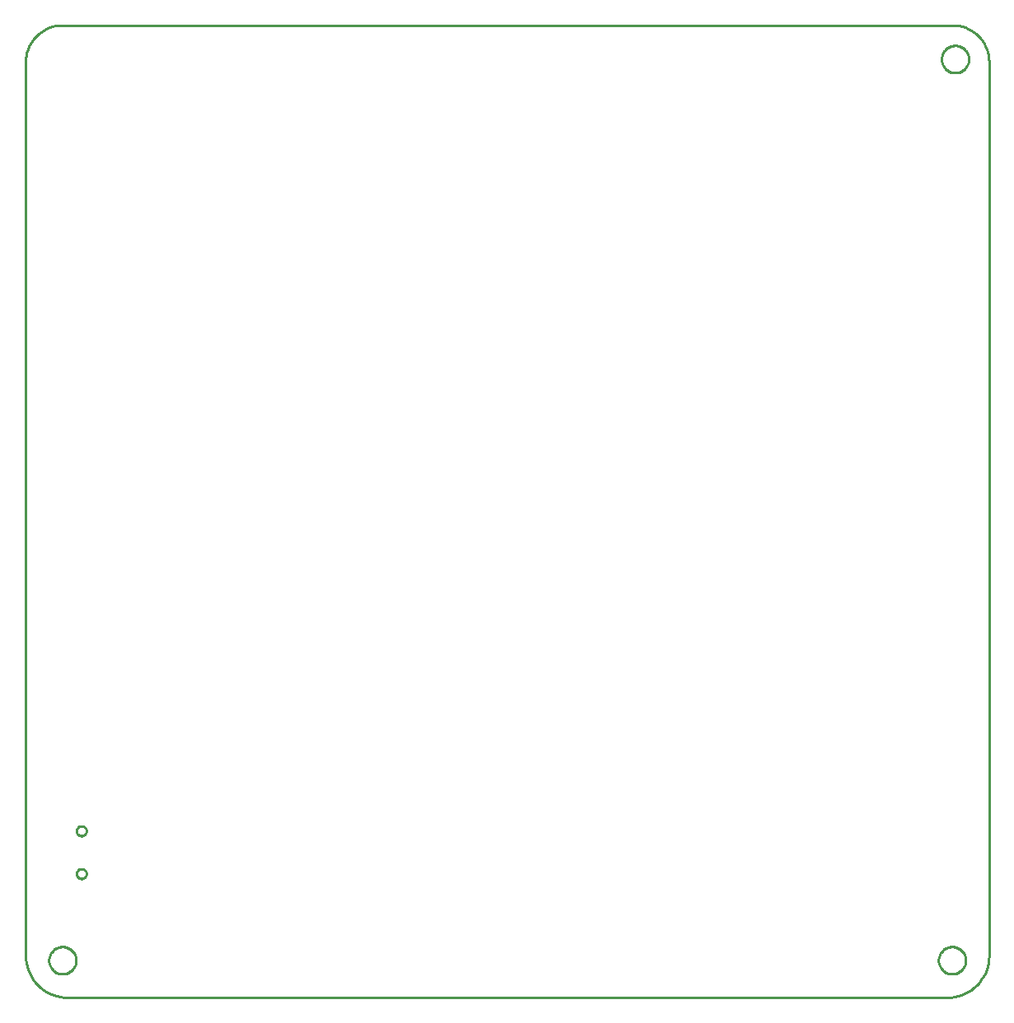
<source format=gbr>
G04 EAGLE Gerber RS-274X export*
G75*
%MOMM*%
%FSLAX34Y34*%
%LPD*%
%IN*%
%IPPOS*%
%AMOC8*
5,1,8,0,0,1.08239X$1,22.5*%
G01*
%ADD10C,0.254000*%


D10*
X0Y43360D02*
X165Y39581D01*
X659Y35831D01*
X1477Y32138D01*
X2615Y28530D01*
X4063Y25036D01*
X5809Y21680D01*
X7842Y18490D01*
X10144Y15489D01*
X12700Y12700D01*
X15489Y10144D01*
X18490Y7842D01*
X21680Y5809D01*
X25036Y4063D01*
X28530Y2615D01*
X32138Y1477D01*
X35831Y659D01*
X39581Y165D01*
X43360Y0D01*
X947381Y0D01*
X951131Y164D01*
X954852Y654D01*
X958515Y1466D01*
X962095Y2594D01*
X965562Y4031D01*
X968891Y5763D01*
X972056Y7780D01*
X975033Y10064D01*
X977800Y12600D01*
X980336Y15367D01*
X982620Y18344D01*
X984637Y21509D01*
X986369Y24838D01*
X987806Y28305D01*
X988934Y31885D01*
X989746Y35548D01*
X990236Y39269D01*
X990400Y43019D01*
X990400Y962770D01*
X990258Y966015D01*
X989834Y969235D01*
X989131Y972406D01*
X988155Y975504D01*
X986912Y978504D01*
X985412Y981385D01*
X983667Y984124D01*
X981690Y986701D01*
X979496Y989096D01*
X977101Y991290D01*
X974524Y993267D01*
X971785Y995012D01*
X968904Y996512D01*
X965904Y997755D01*
X962806Y998731D01*
X959635Y999434D01*
X956415Y999858D01*
X953170Y1000000D01*
X37552Y1000000D01*
X34279Y999857D01*
X31031Y999430D01*
X27833Y998720D01*
X24708Y997735D01*
X21682Y996482D01*
X18776Y994969D01*
X16013Y993209D01*
X13414Y991215D01*
X10999Y989001D01*
X8786Y986586D01*
X6791Y983987D01*
X5031Y981224D01*
X3518Y978318D01*
X2265Y975292D01*
X1280Y972167D01*
X571Y968969D01*
X143Y965721D01*
X0Y962448D01*
X0Y43360D01*
X57344Y166225D02*
X56786Y166288D01*
X56239Y166413D01*
X55709Y166598D01*
X55203Y166842D01*
X54727Y167141D01*
X54288Y167491D01*
X53891Y167888D01*
X53541Y168327D01*
X53242Y168803D01*
X52998Y169309D01*
X52813Y169839D01*
X52688Y170386D01*
X52625Y170944D01*
X52625Y171506D01*
X52688Y172064D01*
X52813Y172611D01*
X52998Y173141D01*
X53242Y173647D01*
X53541Y174123D01*
X53891Y174562D01*
X54288Y174959D01*
X54727Y175309D01*
X55203Y175608D01*
X55709Y175852D01*
X56239Y176037D01*
X56786Y176162D01*
X57344Y176225D01*
X57906Y176225D01*
X58464Y176162D01*
X59011Y176037D01*
X59541Y175852D01*
X60047Y175608D01*
X60523Y175309D01*
X60962Y174959D01*
X61359Y174562D01*
X61709Y174123D01*
X62008Y173647D01*
X62252Y173141D01*
X62437Y172611D01*
X62562Y172064D01*
X62625Y171506D01*
X62625Y170944D01*
X62562Y170386D01*
X62437Y169839D01*
X62252Y169309D01*
X62008Y168803D01*
X61709Y168327D01*
X61359Y167888D01*
X60962Y167491D01*
X60523Y167141D01*
X60047Y166842D01*
X59541Y166598D01*
X59011Y166413D01*
X58464Y166288D01*
X57906Y166225D01*
X57344Y166225D01*
X57344Y122225D02*
X56786Y122288D01*
X56239Y122413D01*
X55709Y122598D01*
X55203Y122842D01*
X54727Y123141D01*
X54288Y123491D01*
X53891Y123888D01*
X53541Y124327D01*
X53242Y124803D01*
X52998Y125309D01*
X52813Y125839D01*
X52688Y126386D01*
X52625Y126944D01*
X52625Y127506D01*
X52688Y128064D01*
X52813Y128611D01*
X52998Y129141D01*
X53242Y129647D01*
X53541Y130123D01*
X53891Y130562D01*
X54288Y130959D01*
X54727Y131309D01*
X55203Y131608D01*
X55709Y131852D01*
X56239Y132037D01*
X56786Y132162D01*
X57344Y132225D01*
X57906Y132225D01*
X58464Y132162D01*
X59011Y132037D01*
X59541Y131852D01*
X60047Y131608D01*
X60523Y131309D01*
X60962Y130959D01*
X61359Y130562D01*
X61709Y130123D01*
X62008Y129647D01*
X62252Y129141D01*
X62437Y128611D01*
X62562Y128064D01*
X62625Y127506D01*
X62625Y126944D01*
X62562Y126386D01*
X62437Y125839D01*
X62252Y125309D01*
X62008Y124803D01*
X61709Y124327D01*
X61359Y123888D01*
X60962Y123491D01*
X60523Y123141D01*
X60047Y122842D01*
X59541Y122598D01*
X59011Y122413D01*
X58464Y122288D01*
X57906Y122225D01*
X57344Y122225D01*
X969675Y964700D02*
X969604Y963703D01*
X969461Y962713D01*
X969249Y961736D01*
X968967Y960776D01*
X968618Y959839D01*
X968202Y958929D01*
X967723Y958052D01*
X967182Y957210D01*
X966583Y956410D01*
X965928Y955654D01*
X965221Y954947D01*
X964465Y954292D01*
X963665Y953693D01*
X962823Y953152D01*
X961946Y952673D01*
X961036Y952257D01*
X960099Y951908D01*
X959140Y951626D01*
X958162Y951414D01*
X957173Y951271D01*
X956175Y951200D01*
X955175Y951200D01*
X954178Y951271D01*
X953188Y951414D01*
X952211Y951626D01*
X951251Y951908D01*
X950314Y952257D01*
X949404Y952673D01*
X948527Y953152D01*
X947685Y953693D01*
X946885Y954292D01*
X946129Y954947D01*
X945422Y955654D01*
X944767Y956410D01*
X944168Y957210D01*
X943627Y958052D01*
X943148Y958929D01*
X942732Y959839D01*
X942383Y960776D01*
X942101Y961736D01*
X941889Y962713D01*
X941746Y963703D01*
X941675Y964700D01*
X941675Y965700D01*
X941746Y966698D01*
X941889Y967687D01*
X942101Y968665D01*
X942383Y969624D01*
X942732Y970561D01*
X943148Y971471D01*
X943627Y972348D01*
X944168Y973190D01*
X944767Y973990D01*
X945422Y974746D01*
X946129Y975453D01*
X946885Y976108D01*
X947685Y976707D01*
X948527Y977248D01*
X949404Y977727D01*
X950314Y978143D01*
X951251Y978492D01*
X952211Y978774D01*
X953188Y978986D01*
X954178Y979129D01*
X955175Y979200D01*
X956175Y979200D01*
X957173Y979129D01*
X958162Y978986D01*
X959140Y978774D01*
X960099Y978492D01*
X961036Y978143D01*
X961946Y977727D01*
X962823Y977248D01*
X963665Y976707D01*
X964465Y976108D01*
X965221Y975453D01*
X965928Y974746D01*
X966583Y973990D01*
X967182Y973190D01*
X967723Y972348D01*
X968202Y971471D01*
X968618Y970561D01*
X968967Y969624D01*
X969249Y968665D01*
X969461Y967687D01*
X969604Y966698D01*
X969675Y965700D01*
X969675Y964700D01*
X52100Y37600D02*
X52029Y36603D01*
X51886Y35613D01*
X51674Y34636D01*
X51392Y33676D01*
X51043Y32739D01*
X50627Y31829D01*
X50148Y30952D01*
X49607Y30110D01*
X49008Y29310D01*
X48353Y28554D01*
X47646Y27847D01*
X46890Y27192D01*
X46090Y26593D01*
X45248Y26052D01*
X44371Y25573D01*
X43461Y25157D01*
X42524Y24808D01*
X41565Y24526D01*
X40587Y24314D01*
X39598Y24171D01*
X38600Y24100D01*
X37600Y24100D01*
X36603Y24171D01*
X35613Y24314D01*
X34636Y24526D01*
X33676Y24808D01*
X32739Y25157D01*
X31829Y25573D01*
X30952Y26052D01*
X30110Y26593D01*
X29310Y27192D01*
X28554Y27847D01*
X27847Y28554D01*
X27192Y29310D01*
X26593Y30110D01*
X26052Y30952D01*
X25573Y31829D01*
X25157Y32739D01*
X24808Y33676D01*
X24526Y34636D01*
X24314Y35613D01*
X24171Y36603D01*
X24100Y37600D01*
X24100Y38600D01*
X24171Y39598D01*
X24314Y40587D01*
X24526Y41565D01*
X24808Y42524D01*
X25157Y43461D01*
X25573Y44371D01*
X26052Y45248D01*
X26593Y46090D01*
X27192Y46890D01*
X27847Y47646D01*
X28554Y48353D01*
X29310Y49008D01*
X30110Y49607D01*
X30952Y50148D01*
X31829Y50627D01*
X32739Y51043D01*
X33676Y51392D01*
X34636Y51674D01*
X35613Y51886D01*
X36603Y52029D01*
X37600Y52100D01*
X38600Y52100D01*
X39598Y52029D01*
X40587Y51886D01*
X41565Y51674D01*
X42524Y51392D01*
X43461Y51043D01*
X44371Y50627D01*
X45248Y50148D01*
X46090Y49607D01*
X46890Y49008D01*
X47646Y48353D01*
X48353Y47646D01*
X49008Y46890D01*
X49607Y46090D01*
X50148Y45248D01*
X50627Y44371D01*
X51043Y43461D01*
X51392Y42524D01*
X51674Y41565D01*
X51886Y40587D01*
X52029Y39598D01*
X52100Y38600D01*
X52100Y37600D01*
X966500Y37600D02*
X966429Y36603D01*
X966286Y35613D01*
X966074Y34636D01*
X965792Y33676D01*
X965443Y32739D01*
X965027Y31829D01*
X964548Y30952D01*
X964007Y30110D01*
X963408Y29310D01*
X962753Y28554D01*
X962046Y27847D01*
X961290Y27192D01*
X960490Y26593D01*
X959648Y26052D01*
X958771Y25573D01*
X957861Y25157D01*
X956924Y24808D01*
X955965Y24526D01*
X954987Y24314D01*
X953998Y24171D01*
X953000Y24100D01*
X952000Y24100D01*
X951003Y24171D01*
X950013Y24314D01*
X949036Y24526D01*
X948076Y24808D01*
X947139Y25157D01*
X946229Y25573D01*
X945352Y26052D01*
X944510Y26593D01*
X943710Y27192D01*
X942954Y27847D01*
X942247Y28554D01*
X941592Y29310D01*
X940993Y30110D01*
X940452Y30952D01*
X939973Y31829D01*
X939557Y32739D01*
X939208Y33676D01*
X938926Y34636D01*
X938714Y35613D01*
X938571Y36603D01*
X938500Y37600D01*
X938500Y38600D01*
X938571Y39598D01*
X938714Y40587D01*
X938926Y41565D01*
X939208Y42524D01*
X939557Y43461D01*
X939973Y44371D01*
X940452Y45248D01*
X940993Y46090D01*
X941592Y46890D01*
X942247Y47646D01*
X942954Y48353D01*
X943710Y49008D01*
X944510Y49607D01*
X945352Y50148D01*
X946229Y50627D01*
X947139Y51043D01*
X948076Y51392D01*
X949036Y51674D01*
X950013Y51886D01*
X951003Y52029D01*
X952000Y52100D01*
X953000Y52100D01*
X953998Y52029D01*
X954987Y51886D01*
X955965Y51674D01*
X956924Y51392D01*
X957861Y51043D01*
X958771Y50627D01*
X959648Y50148D01*
X960490Y49607D01*
X961290Y49008D01*
X962046Y48353D01*
X962753Y47646D01*
X963408Y46890D01*
X964007Y46090D01*
X964548Y45248D01*
X965027Y44371D01*
X965443Y43461D01*
X965792Y42524D01*
X966074Y41565D01*
X966286Y40587D01*
X966429Y39598D01*
X966500Y38600D01*
X966500Y37600D01*
M02*

</source>
